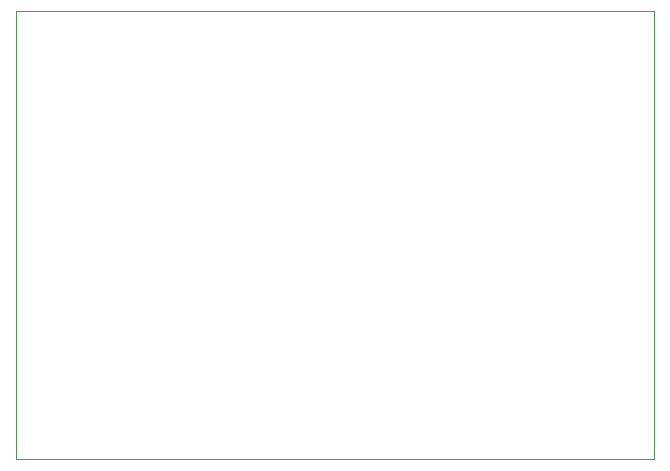
<source format=gbr>
G04 #@! TF.GenerationSoftware,KiCad,Pcbnew,(5.1.4)-1*
G04 #@! TF.CreationDate,2020-08-02T15:41:36-03:00*
G04 #@! TF.ProjectId,esp32_energy_monitor,65737033-325f-4656-9e65-7267795f6d6f,A*
G04 #@! TF.SameCoordinates,PX6d8d2a8PY639eee0*
G04 #@! TF.FileFunction,Profile,NP*
%FSLAX46Y46*%
G04 Gerber Fmt 4.6, Leading zero omitted, Abs format (unit mm)*
G04 Created by KiCad (PCBNEW (5.1.4)-1) date 2020-08-02 15:41:36*
%MOMM*%
%LPD*%
G04 APERTURE LIST*
%ADD10C,0.050000*%
G04 APERTURE END LIST*
D10*
X0Y37960000D02*
X0Y0D01*
X53975000Y37960000D02*
X0Y37960000D01*
X53975000Y0D02*
X53975000Y37960000D01*
X0Y0D02*
X53975000Y0D01*
M02*

</source>
